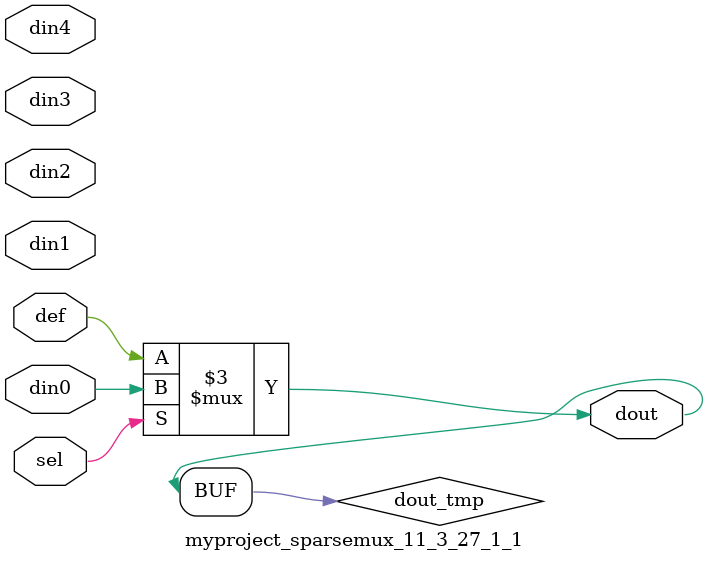
<source format=v>
`timescale 1ns / 1ps

module myproject_sparsemux_11_3_27_1_1 (din0,din1,din2,din3,din4,def,sel,dout);

parameter din0_WIDTH = 1;

parameter din1_WIDTH = 1;

parameter din2_WIDTH = 1;

parameter din3_WIDTH = 1;

parameter din4_WIDTH = 1;

parameter def_WIDTH = 1;
parameter sel_WIDTH = 1;
parameter dout_WIDTH = 1;

parameter [sel_WIDTH-1:0] CASE0 = 1;

parameter [sel_WIDTH-1:0] CASE1 = 1;

parameter [sel_WIDTH-1:0] CASE2 = 1;

parameter [sel_WIDTH-1:0] CASE3 = 1;

parameter [sel_WIDTH-1:0] CASE4 = 1;

parameter ID = 1;
parameter NUM_STAGE = 1;



input [din0_WIDTH-1:0] din0;

input [din1_WIDTH-1:0] din1;

input [din2_WIDTH-1:0] din2;

input [din3_WIDTH-1:0] din3;

input [din4_WIDTH-1:0] din4;

input [def_WIDTH-1:0] def;
input [sel_WIDTH-1:0] sel;

output [dout_WIDTH-1:0] dout;



reg [dout_WIDTH-1:0] dout_tmp;


always @ (*) begin
(* parallel_case *) case (sel)
    
    CASE0 : dout_tmp = din0;
    
    CASE1 : dout_tmp = din1;
    
    CASE2 : dout_tmp = din2;
    
    CASE3 : dout_tmp = din3;
    
    CASE4 : dout_tmp = din4;
    
    default : dout_tmp = def;
endcase
end


assign dout = dout_tmp;



endmodule

</source>
